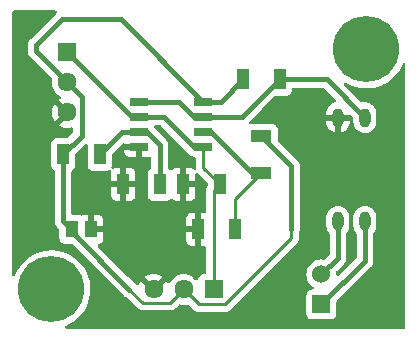
<source format=gbr>
%TF.GenerationSoftware,KiCad,Pcbnew,(6.0.8)*%
%TF.CreationDate,2023-06-05T07:52:39+02:00*%
%TF.ProjectId,SCS_dongle,5343535f-646f-46e6-976c-652e6b696361,rev?*%
%TF.SameCoordinates,Original*%
%TF.FileFunction,Copper,L1,Top*%
%TF.FilePolarity,Positive*%
%FSLAX46Y46*%
G04 Gerber Fmt 4.6, Leading zero omitted, Abs format (unit mm)*
G04 Created by KiCad (PCBNEW (6.0.8)) date 2023-06-05 07:52:39*
%MOMM*%
%LPD*%
G01*
G04 APERTURE LIST*
%TA.AperFunction,SMDPad,CuDef*%
%ADD10R,1.050000X1.800000*%
%TD*%
%TA.AperFunction,ComponentPad*%
%ADD11C,5.600000*%
%TD*%
%TA.AperFunction,SMDPad,CuDef*%
%ADD12R,1.800000X1.050000*%
%TD*%
%TA.AperFunction,SMDPad,CuDef*%
%ADD13R,1.528000X0.650000*%
%TD*%
%TA.AperFunction,ComponentPad*%
%ADD14R,1.610000X1.610000*%
%TD*%
%TA.AperFunction,ComponentPad*%
%ADD15C,1.610000*%
%TD*%
%TA.AperFunction,SMDPad,CuDef*%
%ADD16R,1.070000X1.470000*%
%TD*%
%TA.AperFunction,SMDPad,CuDef*%
%ADD17O,0.950000X1.600000*%
%TD*%
%TA.AperFunction,ComponentPad*%
%ADD18R,1.530000X1.530000*%
%TD*%
%TA.AperFunction,ComponentPad*%
%ADD19C,1.530000*%
%TD*%
%TA.AperFunction,Conductor*%
%ADD20C,0.250000*%
%TD*%
%TA.AperFunction,Conductor*%
%ADD21C,0.400000*%
%TD*%
G04 APERTURE END LIST*
D10*
%TO.P,R6,1*%
%TO.N,/Sensor Input*%
X160300000Y-86360000D03*
%TO.P,R6,2*%
%TO.N,GND*%
X157200000Y-86360000D03*
%TD*%
D11*
%TO.P,,1*%
%TO.N,N/C*%
X172720000Y-74930000D03*
%TD*%
D12*
%TO.P,R1,1*%
%TO.N,/1V*%
X163830000Y-85370000D03*
%TO.P,R1,2*%
%TO.N,+5V*%
X163830000Y-82270000D03*
%TD*%
D13*
%TO.P,CP1,1,OUT1*%
%TO.N,/Opto In*%
X153499000Y-79375000D03*
%TO.P,CP1,2,IN1-*%
%TO.N,/Sensor Input*%
X153499000Y-80645000D03*
%TO.P,CP1,3,IN1+*%
%TO.N,/4V*%
X153499000Y-81915000D03*
%TO.P,CP1,4,GND*%
%TO.N,GND*%
X153499000Y-83185000D03*
%TO.P,CP1,5,IN2+*%
%TO.N,/Sensor Input*%
X158921000Y-83185000D03*
%TO.P,CP1,6,IN2-*%
%TO.N,/1V*%
X158921000Y-81915000D03*
%TO.P,CP1,7,OUT2*%
%TO.N,/Opto In*%
X158921000Y-80645000D03*
%TO.P,CP1,8,V+*%
%TO.N,+5V*%
X158921000Y-79375000D03*
%TD*%
D14*
%TO.P,J2,1,1*%
%TO.N,/Sensor Input*%
X147395000Y-75175000D03*
D15*
%TO.P,J2,2,2*%
%TO.N,+5V*%
X147395000Y-77715000D03*
%TO.P,J2,3,3*%
%TO.N,GND*%
X147395000Y-80255000D03*
%TD*%
D16*
%TO.P,C1,1*%
%TO.N,+5V*%
X147770000Y-90170000D03*
%TO.P,C1,2*%
%TO.N,GND*%
X149410000Y-90170000D03*
%TD*%
D10*
%TO.P,R3,1*%
%TO.N,/4V*%
X150140000Y-83820000D03*
%TO.P,R3,2*%
%TO.N,+5V*%
X147040000Y-83820000D03*
%TD*%
D17*
%TO.P,K1,1,+_CONTROL*%
%TO.N,/Opto In*%
X172593000Y-80690000D03*
%TO.P,K1,2,-_CONTROL*%
%TO.N,GND*%
X170307000Y-80690000D03*
%TO.P,K1,3,LOAD_1*%
%TO.N,/HS OUT*%
X170307000Y-89490000D03*
%TO.P,K1,4,LOAD_2*%
%TO.N,/HS IN*%
X172593000Y-89490000D03*
%TD*%
D11*
%TO.P,,1*%
%TO.N,N/C*%
X146050000Y-95250000D03*
%TD*%
D14*
%TO.P,J1,1,1*%
%TO.N,/Sensor Input*%
X159775000Y-95250000D03*
D15*
%TO.P,J1,2,2*%
%TO.N,+5V*%
X157235000Y-95250000D03*
%TO.P,J1,3,3*%
%TO.N,GND*%
X154695000Y-95250000D03*
%TD*%
D18*
%TO.P,J3,1,1*%
%TO.N,/HS IN*%
X168910000Y-96520000D03*
D19*
%TO.P,J3,2,2*%
%TO.N,/HS OUT*%
X168910000Y-93980000D03*
%TD*%
D10*
%TO.P,R2,1*%
%TO.N,GND*%
X158470000Y-90170000D03*
%TO.P,R2,2*%
%TO.N,/1V*%
X161570000Y-90170000D03*
%TD*%
%TO.P,R4,1*%
%TO.N,GND*%
X152120000Y-86360000D03*
%TO.P,R4,2*%
%TO.N,/4V*%
X155220000Y-86360000D03*
%TD*%
%TO.P,R5,1*%
%TO.N,+5V*%
X162280000Y-77470000D03*
%TO.P,R5,2*%
%TO.N,/Opto In*%
X165380000Y-77470000D03*
%TD*%
D20*
%TO.N,+5V*%
X153780000Y-96380000D02*
X156105000Y-96380000D01*
X166370000Y-90170000D02*
X166370000Y-90915000D01*
D21*
X147395000Y-77715000D02*
X148600000Y-78920000D01*
X146910000Y-72390000D02*
X151936000Y-72390000D01*
X148600000Y-78920000D02*
X148600000Y-82260000D01*
X147040000Y-83820000D02*
X147040000Y-89440000D01*
D20*
X152660000Y-95260000D02*
X153780000Y-96380000D01*
D21*
X158921000Y-79375000D02*
X160375000Y-79375000D01*
X163830000Y-82270000D02*
X166370000Y-84810000D01*
D20*
X160765000Y-96520000D02*
X158505000Y-96520000D01*
X166370000Y-90915000D02*
X160765000Y-96520000D01*
X158505000Y-96520000D02*
X157235000Y-95250000D01*
D21*
X147770000Y-90170000D02*
X147770000Y-90370000D01*
X144780000Y-75100000D02*
X144780000Y-74520000D01*
X147395000Y-77715000D02*
X144780000Y-75100000D01*
X147040000Y-89440000D02*
X147770000Y-90170000D01*
X151936000Y-72390000D02*
X158921000Y-79375000D01*
D20*
X156105000Y-96380000D02*
X157235000Y-95250000D01*
D21*
X147770000Y-90370000D02*
X152660000Y-95260000D01*
X166370000Y-84810000D02*
X166370000Y-90170000D01*
X144780000Y-74520000D02*
X146910000Y-72390000D01*
X160375000Y-79375000D02*
X162280000Y-77470000D01*
X148600000Y-82260000D02*
X147040000Y-83820000D01*
%TO.N,/Opto In*%
X153499000Y-79375000D02*
X156845000Y-79375000D01*
X158115000Y-80645000D02*
X158921000Y-80645000D01*
X162205000Y-80645000D02*
X165380000Y-77470000D01*
X158921000Y-80645000D02*
X162205000Y-80645000D01*
X156845000Y-79375000D02*
X158115000Y-80645000D01*
X172593000Y-80690000D02*
X169373000Y-77470000D01*
X169373000Y-77470000D02*
X165380000Y-77470000D01*
%TO.N,/Sensor Input*%
X158115000Y-83185000D02*
X158921000Y-83185000D01*
D20*
X158921000Y-83185000D02*
X158921000Y-84981000D01*
D21*
X155575000Y-80645000D02*
X158115000Y-83185000D01*
X153499000Y-80645000D02*
X155575000Y-80645000D01*
D20*
X159775000Y-86885000D02*
X160300000Y-86360000D01*
D21*
X147395000Y-75175000D02*
X152865000Y-80645000D01*
D20*
X159775000Y-95250000D02*
X159775000Y-86885000D01*
X158921000Y-84981000D02*
X160300000Y-86360000D01*
D21*
X152865000Y-80645000D02*
X153499000Y-80645000D01*
%TO.N,/4V*%
X154118000Y-81915000D02*
X153499000Y-81915000D01*
X155220000Y-83017000D02*
X154118000Y-81915000D01*
X152045000Y-81915000D02*
X153499000Y-81915000D01*
X155220000Y-86360000D02*
X155220000Y-83017000D01*
X150140000Y-83820000D02*
X152045000Y-81915000D01*
%TO.N,/1V*%
X159540000Y-81915000D02*
X162995000Y-85370000D01*
D20*
X161570000Y-90170000D02*
X161570000Y-87630000D01*
X161570000Y-87630000D02*
X163830000Y-85370000D01*
D21*
X158921000Y-81915000D02*
X159540000Y-81915000D01*
X162995000Y-85370000D02*
X163830000Y-85370000D01*
%TO.N,/HS IN*%
X172593000Y-89490000D02*
X172593000Y-92837000D01*
X172593000Y-92837000D02*
X168910000Y-96520000D01*
%TO.N,/HS OUT*%
X170307000Y-92583000D02*
X168910000Y-93980000D01*
X170307000Y-89490000D02*
X170307000Y-92583000D01*
%TD*%
%TA.AperFunction,Conductor*%
%TO.N,GND*%
G36*
X146455158Y-71640502D02*
G01*
X146501651Y-71694158D01*
X146511755Y-71764432D01*
X146482261Y-71829012D01*
X146458406Y-71850339D01*
X146449611Y-71856384D01*
X146443349Y-71860688D01*
X146402392Y-71906657D01*
X146397411Y-71911933D01*
X144304926Y-74004417D01*
X144298661Y-74010270D01*
X144255604Y-74047831D01*
X144219317Y-74099463D01*
X144215384Y-74104758D01*
X144181105Y-74148476D01*
X144181103Y-74148480D01*
X144176416Y-74154457D01*
X144173290Y-74161380D01*
X144171505Y-74164328D01*
X144164113Y-74177288D01*
X144162480Y-74180334D01*
X144158113Y-74186547D01*
X144155354Y-74193624D01*
X144135180Y-74245366D01*
X144132625Y-74251445D01*
X144106645Y-74308984D01*
X144105260Y-74316455D01*
X144104236Y-74319723D01*
X144100123Y-74334164D01*
X144099283Y-74337437D01*
X144096524Y-74344513D01*
X144095533Y-74352043D01*
X144088284Y-74407106D01*
X144087252Y-74413623D01*
X144075748Y-74475692D01*
X144076185Y-74483272D01*
X144076185Y-74483273D01*
X144079291Y-74537144D01*
X144079500Y-74544396D01*
X144079500Y-75071359D01*
X144079208Y-75079929D01*
X144076841Y-75114654D01*
X144075322Y-75136930D01*
X144076627Y-75144406D01*
X144076627Y-75144409D01*
X144086178Y-75199132D01*
X144087141Y-75205658D01*
X144094724Y-75268320D01*
X144097409Y-75275427D01*
X144098218Y-75278720D01*
X144102177Y-75293191D01*
X144103166Y-75296467D01*
X144104473Y-75303954D01*
X144107528Y-75310913D01*
X144107528Y-75310914D01*
X144129847Y-75361760D01*
X144132339Y-75367866D01*
X144154655Y-75426923D01*
X144158954Y-75433178D01*
X144160535Y-75436203D01*
X144167825Y-75449299D01*
X144169566Y-75452243D01*
X144172621Y-75459202D01*
X144177246Y-75465230D01*
X144177247Y-75465231D01*
X144211042Y-75509273D01*
X144214919Y-75514609D01*
X144246381Y-75560386D01*
X144246386Y-75560392D01*
X144250688Y-75566651D01*
X144256362Y-75571706D01*
X144296657Y-75607608D01*
X144301933Y-75612589D01*
X146069301Y-77379957D01*
X146103327Y-77442269D01*
X146104223Y-77487419D01*
X146104422Y-77487436D01*
X146084513Y-77715000D01*
X146104422Y-77942564D01*
X146163545Y-78163213D01*
X146165867Y-78168194D01*
X146165868Y-78168195D01*
X146257759Y-78365256D01*
X146257762Y-78365261D01*
X146260085Y-78370243D01*
X146263241Y-78374750D01*
X146263242Y-78374752D01*
X146385603Y-78549501D01*
X146391109Y-78557365D01*
X146552635Y-78718891D01*
X146557143Y-78722048D01*
X146557146Y-78722050D01*
X146599462Y-78751680D01*
X146739756Y-78849915D01*
X146744738Y-78852238D01*
X146744743Y-78852241D01*
X146775683Y-78866668D01*
X146828968Y-78913585D01*
X146848429Y-78981862D01*
X146827887Y-79049822D01*
X146775683Y-79095058D01*
X146740981Y-79111240D01*
X146731485Y-79116723D01*
X146678362Y-79153920D01*
X146669987Y-79164397D01*
X146677055Y-79177844D01*
X147665115Y-80165905D01*
X147699141Y-80228217D01*
X147694076Y-80299033D01*
X147665115Y-80344095D01*
X147395000Y-80614210D01*
X146676333Y-81332878D01*
X146669903Y-81344652D01*
X146679199Y-81356667D01*
X146731487Y-81393280D01*
X146740977Y-81398759D01*
X146939230Y-81491206D01*
X146949522Y-81494952D01*
X147160814Y-81551567D01*
X147171609Y-81553470D01*
X147389525Y-81572536D01*
X147400475Y-81572536D01*
X147618391Y-81553470D01*
X147629186Y-81551567D01*
X147740889Y-81521636D01*
X147811865Y-81523326D01*
X147870661Y-81563120D01*
X147898609Y-81628384D01*
X147899500Y-81643343D01*
X147899500Y-81917653D01*
X147879498Y-81985774D01*
X147862595Y-82006749D01*
X147486747Y-82382596D01*
X147424435Y-82416621D01*
X147397652Y-82419500D01*
X146527996Y-82419501D01*
X146467624Y-82419501D01*
X146464230Y-82419870D01*
X146464224Y-82419870D01*
X146414278Y-82425295D01*
X146414274Y-82425296D01*
X146406420Y-82426149D01*
X146272176Y-82476474D01*
X146264997Y-82481854D01*
X146264994Y-82481856D01*
X146165249Y-82556612D01*
X146157454Y-82562454D01*
X146152072Y-82569635D01*
X146076856Y-82669994D01*
X146076854Y-82669997D01*
X146071474Y-82677176D01*
X146021149Y-82811420D01*
X146014500Y-82872623D01*
X146014501Y-84767376D01*
X146014870Y-84770770D01*
X146014870Y-84770776D01*
X146017787Y-84797624D01*
X146021149Y-84828580D01*
X146071474Y-84962824D01*
X146076854Y-84970003D01*
X146076856Y-84970006D01*
X146146740Y-85063251D01*
X146157454Y-85077546D01*
X146164635Y-85082928D01*
X146264989Y-85158140D01*
X146264991Y-85158141D01*
X146272176Y-85163526D01*
X146275817Y-85164891D01*
X146324153Y-85213333D01*
X146339500Y-85273598D01*
X146339500Y-89411359D01*
X146339208Y-89419929D01*
X146335322Y-89476930D01*
X146336627Y-89484406D01*
X146336627Y-89484409D01*
X146346178Y-89539132D01*
X146347141Y-89545658D01*
X146354724Y-89608320D01*
X146357409Y-89615427D01*
X146358218Y-89618720D01*
X146362177Y-89633191D01*
X146363166Y-89636467D01*
X146364473Y-89643954D01*
X146367528Y-89650913D01*
X146367528Y-89650914D01*
X146389847Y-89701760D01*
X146392339Y-89707866D01*
X146414655Y-89766923D01*
X146418954Y-89773178D01*
X146420535Y-89776203D01*
X146427825Y-89789299D01*
X146429566Y-89792243D01*
X146432621Y-89799202D01*
X146437246Y-89805230D01*
X146437247Y-89805231D01*
X146471042Y-89849273D01*
X146474919Y-89854609D01*
X146506381Y-89900386D01*
X146506386Y-89900392D01*
X146510688Y-89906651D01*
X146556648Y-89947600D01*
X146561925Y-89952581D01*
X146697596Y-90088253D01*
X146731621Y-90150565D01*
X146734500Y-90177348D01*
X146734501Y-90603720D01*
X146734501Y-90952376D01*
X146734870Y-90955770D01*
X146734870Y-90955776D01*
X146739858Y-91001694D01*
X146741149Y-91013580D01*
X146791474Y-91147824D01*
X146796854Y-91155003D01*
X146796856Y-91155006D01*
X146852058Y-91228661D01*
X146877454Y-91262546D01*
X146884635Y-91267928D01*
X146984994Y-91343144D01*
X146984997Y-91343146D01*
X146992176Y-91348526D01*
X147081561Y-91382034D01*
X147119025Y-91396079D01*
X147119027Y-91396079D01*
X147126420Y-91398851D01*
X147134270Y-91399704D01*
X147134271Y-91399704D01*
X147184226Y-91405131D01*
X147187623Y-91405500D01*
X147226165Y-91405500D01*
X147762653Y-91405499D01*
X147830774Y-91425501D01*
X147851748Y-91442404D01*
X152194735Y-95785391D01*
X152294457Y-95863583D01*
X152301379Y-95866709D01*
X152301380Y-95866709D01*
X152427613Y-95923706D01*
X152464857Y-95949448D01*
X153282756Y-96767347D01*
X153290147Y-96775469D01*
X153294214Y-96781877D01*
X153299989Y-96787300D01*
X153299993Y-96787305D01*
X153343223Y-96827901D01*
X153346065Y-96830656D01*
X153365529Y-96850120D01*
X153368659Y-96852548D01*
X153368741Y-96852620D01*
X153377649Y-96860229D01*
X153409418Y-96890062D01*
X153416365Y-96893881D01*
X153426832Y-96899635D01*
X153443361Y-96910492D01*
X153459064Y-96922673D01*
X153499057Y-96939979D01*
X153509713Y-96945200D01*
X153540955Y-96962376D01*
X153540964Y-96962380D01*
X153547908Y-96966197D01*
X153555584Y-96968168D01*
X153555587Y-96968169D01*
X153567160Y-96971140D01*
X153585865Y-96977544D01*
X153604104Y-96985437D01*
X153647148Y-96992254D01*
X153658771Y-96994662D01*
X153693304Y-97003529D01*
X153693305Y-97003529D01*
X153700981Y-97005500D01*
X153720856Y-97005500D01*
X153740566Y-97007051D01*
X153760196Y-97010160D01*
X153803580Y-97006059D01*
X153815437Y-97005500D01*
X156027297Y-97005500D01*
X156038257Y-97006017D01*
X156045667Y-97007673D01*
X156053593Y-97007424D01*
X156053594Y-97007424D01*
X156112841Y-97005562D01*
X156116799Y-97005500D01*
X156144350Y-97005500D01*
X156148273Y-97005004D01*
X156148388Y-97004997D01*
X156160068Y-97004077D01*
X156203627Y-97002709D01*
X156222716Y-96997163D01*
X156242062Y-96993156D01*
X156261792Y-96990664D01*
X156302323Y-96974616D01*
X156313524Y-96970781D01*
X156355390Y-96958618D01*
X156372499Y-96948500D01*
X156390245Y-96939805D01*
X156408732Y-96932486D01*
X156443991Y-96906869D01*
X156453910Y-96900354D01*
X156484590Y-96882210D01*
X156484594Y-96882207D01*
X156491420Y-96878170D01*
X156505470Y-96864120D01*
X156520504Y-96851279D01*
X156530173Y-96844254D01*
X156536587Y-96839594D01*
X156564370Y-96806010D01*
X156572359Y-96797231D01*
X156815279Y-96554311D01*
X156877591Y-96520285D01*
X156936983Y-96521700D01*
X157007436Y-96540578D01*
X157235000Y-96560487D01*
X157462564Y-96540578D01*
X157467874Y-96539155D01*
X157467881Y-96539154D01*
X157533017Y-96521701D01*
X157603993Y-96523391D01*
X157654722Y-96554313D01*
X158007758Y-96907349D01*
X158015147Y-96915469D01*
X158019214Y-96921877D01*
X158024992Y-96927303D01*
X158068207Y-96967885D01*
X158071049Y-96970640D01*
X158090529Y-96990120D01*
X158093659Y-96992548D01*
X158093741Y-96992620D01*
X158102649Y-97000229D01*
X158134418Y-97030062D01*
X158141365Y-97033881D01*
X158151832Y-97039635D01*
X158168361Y-97050492D01*
X158184064Y-97062673D01*
X158224057Y-97079979D01*
X158234713Y-97085200D01*
X158265955Y-97102376D01*
X158265964Y-97102380D01*
X158272908Y-97106197D01*
X158280584Y-97108168D01*
X158280587Y-97108169D01*
X158292160Y-97111140D01*
X158310865Y-97117544D01*
X158329104Y-97125437D01*
X158372148Y-97132254D01*
X158383771Y-97134662D01*
X158418304Y-97143529D01*
X158418305Y-97143529D01*
X158425981Y-97145500D01*
X158445856Y-97145500D01*
X158465566Y-97147051D01*
X158485196Y-97150160D01*
X158528580Y-97146059D01*
X158540437Y-97145500D01*
X160687297Y-97145500D01*
X160698257Y-97146017D01*
X160705667Y-97147673D01*
X160713593Y-97147424D01*
X160713594Y-97147424D01*
X160772841Y-97145562D01*
X160776799Y-97145500D01*
X160804350Y-97145500D01*
X160808273Y-97145004D01*
X160808388Y-97144997D01*
X160820068Y-97144077D01*
X160863627Y-97142709D01*
X160882716Y-97137163D01*
X160902062Y-97133156D01*
X160921792Y-97130664D01*
X160962323Y-97114616D01*
X160973524Y-97110781D01*
X161015390Y-97098618D01*
X161032499Y-97088500D01*
X161050245Y-97079805D01*
X161068732Y-97072486D01*
X161103991Y-97046869D01*
X161113910Y-97040354D01*
X161144590Y-97022210D01*
X161144594Y-97022207D01*
X161151420Y-97018170D01*
X161165470Y-97004120D01*
X161180504Y-96991279D01*
X161190173Y-96984254D01*
X161196587Y-96979594D01*
X161203884Y-96970774D01*
X161224369Y-96946011D01*
X161232359Y-96937231D01*
X164189591Y-93980000D01*
X167639666Y-93980000D01*
X167658965Y-94200591D01*
X167660388Y-94205901D01*
X167660388Y-94205902D01*
X167714443Y-94407635D01*
X167716277Y-94414480D01*
X167809858Y-94615167D01*
X167813007Y-94619665D01*
X167813011Y-94619671D01*
X167871660Y-94703429D01*
X167936868Y-94796555D01*
X168093445Y-94953132D01*
X168097954Y-94956289D01*
X168097956Y-94956291D01*
X168196494Y-95025288D01*
X168240822Y-95080745D01*
X168248131Y-95151365D01*
X168216100Y-95214725D01*
X168154899Y-95250710D01*
X168124223Y-95254501D01*
X168097624Y-95254501D01*
X168094230Y-95254870D01*
X168094224Y-95254870D01*
X168044278Y-95260295D01*
X168044274Y-95260296D01*
X168036420Y-95261149D01*
X167902176Y-95311474D01*
X167894997Y-95316854D01*
X167894994Y-95316856D01*
X167794635Y-95392072D01*
X167787454Y-95397454D01*
X167782072Y-95404635D01*
X167706856Y-95504994D01*
X167706854Y-95504997D01*
X167701474Y-95512176D01*
X167670237Y-95595503D01*
X167656085Y-95633254D01*
X167651149Y-95646420D01*
X167644500Y-95707623D01*
X167644501Y-97332376D01*
X167651149Y-97393580D01*
X167701474Y-97527824D01*
X167706854Y-97535003D01*
X167706856Y-97535006D01*
X167708931Y-97537774D01*
X167787454Y-97642546D01*
X167794635Y-97647928D01*
X167894994Y-97723144D01*
X167894997Y-97723146D01*
X167902176Y-97728526D01*
X167978940Y-97757303D01*
X168029025Y-97776079D01*
X168029027Y-97776079D01*
X168036420Y-97778851D01*
X168044270Y-97779704D01*
X168044271Y-97779704D01*
X168094217Y-97785130D01*
X168097623Y-97785500D01*
X168909881Y-97785500D01*
X169722376Y-97785499D01*
X169725770Y-97785130D01*
X169725776Y-97785130D01*
X169775722Y-97779705D01*
X169775726Y-97779704D01*
X169783580Y-97778851D01*
X169917824Y-97728526D01*
X169925003Y-97723146D01*
X169925006Y-97723144D01*
X170025365Y-97647928D01*
X170032546Y-97642546D01*
X170111069Y-97537774D01*
X170113144Y-97535006D01*
X170113146Y-97535003D01*
X170118526Y-97527824D01*
X170168851Y-97393580D01*
X170175500Y-97332377D01*
X170175499Y-96297347D01*
X170195501Y-96229226D01*
X170212404Y-96208252D01*
X171623336Y-94797321D01*
X173068075Y-93352582D01*
X173074341Y-93346728D01*
X173111669Y-93314165D01*
X173117396Y-93309169D01*
X173153690Y-93257527D01*
X173157616Y-93252242D01*
X173191895Y-93208524D01*
X173191897Y-93208520D01*
X173196584Y-93202543D01*
X173199710Y-93195620D01*
X173201495Y-93192672D01*
X173208887Y-93179712D01*
X173210520Y-93176666D01*
X173214887Y-93170453D01*
X173237820Y-93111633D01*
X173240376Y-93105554D01*
X173263230Y-93054938D01*
X173263231Y-93054935D01*
X173266355Y-93048016D01*
X173267739Y-93040549D01*
X173268764Y-93037278D01*
X173272863Y-93022886D01*
X173273715Y-93019569D01*
X173276476Y-93012487D01*
X173284716Y-92949894D01*
X173285747Y-92943387D01*
X173286619Y-92938685D01*
X173297253Y-92881308D01*
X173293709Y-92819844D01*
X173293500Y-92812592D01*
X173293500Y-90549450D01*
X173313502Y-90481329D01*
X173326837Y-90465248D01*
X173326450Y-90464914D01*
X173330616Y-90460088D01*
X173335257Y-90455699D01*
X173448927Y-90293362D01*
X173527633Y-90111483D01*
X173561365Y-89950019D01*
X173567169Y-89922238D01*
X173567169Y-89922234D01*
X173568160Y-89917493D01*
X173568500Y-89911005D01*
X173568500Y-89115471D01*
X173553504Y-88967837D01*
X173494241Y-88778728D01*
X173398162Y-88605398D01*
X173269193Y-88454927D01*
X173264154Y-88451018D01*
X173117646Y-88337375D01*
X173117643Y-88337373D01*
X173112602Y-88333463D01*
X173106876Y-88330645D01*
X173106872Y-88330643D01*
X172940515Y-88248785D01*
X172934786Y-88245966D01*
X172825420Y-88217478D01*
X172749189Y-88197621D01*
X172749186Y-88197621D01*
X172743007Y-88196011D01*
X172664180Y-88191880D01*
X172551483Y-88185974D01*
X172551479Y-88185974D01*
X172545101Y-88185640D01*
X172399635Y-88207639D01*
X172355466Y-88214319D01*
X172355465Y-88214319D01*
X172349152Y-88215274D01*
X172343164Y-88217477D01*
X172343161Y-88217478D01*
X172275381Y-88242417D01*
X172163164Y-88283705D01*
X172157748Y-88287063D01*
X172157744Y-88287065D01*
X172087460Y-88330643D01*
X171994734Y-88388135D01*
X171850743Y-88524301D01*
X171737073Y-88686638D01*
X171658367Y-88868517D01*
X171657062Y-88874764D01*
X171624225Y-89031946D01*
X171617840Y-89062507D01*
X171617500Y-89068995D01*
X171617500Y-89864529D01*
X171632496Y-90012163D01*
X171691759Y-90201272D01*
X171787838Y-90374602D01*
X171813034Y-90403998D01*
X171862168Y-90461324D01*
X171891312Y-90526063D01*
X171892500Y-90543322D01*
X171892500Y-92494653D01*
X171872498Y-92562774D01*
X171855595Y-92583748D01*
X170393846Y-94045497D01*
X170331534Y-94079523D01*
X170260719Y-94074458D01*
X170203883Y-94031911D01*
X170179230Y-93967383D01*
X170177261Y-93944870D01*
X170169232Y-93853100D01*
X170162955Y-93781351D01*
X170176945Y-93711746D01*
X170199381Y-93681275D01*
X170782067Y-93098589D01*
X170788333Y-93092735D01*
X170825671Y-93060163D01*
X170831396Y-93055169D01*
X170835761Y-93048958D01*
X170835764Y-93048955D01*
X170867705Y-93003507D01*
X170871638Y-92998212D01*
X170905893Y-92954524D01*
X170910583Y-92948543D01*
X170913711Y-92941616D01*
X170915486Y-92938685D01*
X170922903Y-92925682D01*
X170924519Y-92922668D01*
X170928887Y-92916453D01*
X170931646Y-92909377D01*
X170931648Y-92909373D01*
X170951819Y-92857636D01*
X170954375Y-92851555D01*
X170977231Y-92800935D01*
X170977231Y-92800934D01*
X170980355Y-92794016D01*
X170981739Y-92786550D01*
X170982757Y-92783301D01*
X170986877Y-92768836D01*
X170987717Y-92765563D01*
X170990476Y-92758487D01*
X170998716Y-92695894D01*
X170999748Y-92689377D01*
X171009868Y-92634775D01*
X171011252Y-92627308D01*
X171007709Y-92565861D01*
X171007500Y-92558609D01*
X171007500Y-90549450D01*
X171027502Y-90481329D01*
X171040837Y-90465248D01*
X171040450Y-90464914D01*
X171044616Y-90460088D01*
X171049257Y-90455699D01*
X171162927Y-90293362D01*
X171241633Y-90111483D01*
X171275365Y-89950019D01*
X171281169Y-89922238D01*
X171281169Y-89922234D01*
X171282160Y-89917493D01*
X171282500Y-89911005D01*
X171282500Y-89115471D01*
X171267504Y-88967837D01*
X171208241Y-88778728D01*
X171112162Y-88605398D01*
X170983193Y-88454927D01*
X170978154Y-88451018D01*
X170831646Y-88337375D01*
X170831643Y-88337373D01*
X170826602Y-88333463D01*
X170820876Y-88330645D01*
X170820872Y-88330643D01*
X170654515Y-88248785D01*
X170648786Y-88245966D01*
X170539420Y-88217478D01*
X170463189Y-88197621D01*
X170463186Y-88197621D01*
X170457007Y-88196011D01*
X170378180Y-88191880D01*
X170265483Y-88185974D01*
X170265479Y-88185974D01*
X170259101Y-88185640D01*
X170113635Y-88207639D01*
X170069466Y-88214319D01*
X170069465Y-88214319D01*
X170063152Y-88215274D01*
X170057164Y-88217477D01*
X170057161Y-88217478D01*
X169989381Y-88242417D01*
X169877164Y-88283705D01*
X169871748Y-88287063D01*
X169871744Y-88287065D01*
X169801460Y-88330643D01*
X169708734Y-88388135D01*
X169564743Y-88524301D01*
X169451073Y-88686638D01*
X169372367Y-88868517D01*
X169371062Y-88874764D01*
X169338225Y-89031946D01*
X169331840Y-89062507D01*
X169331500Y-89068995D01*
X169331500Y-89864529D01*
X169346496Y-90012163D01*
X169405759Y-90201272D01*
X169501838Y-90374602D01*
X169527034Y-90403998D01*
X169576168Y-90461324D01*
X169605312Y-90526063D01*
X169606500Y-90543322D01*
X169606500Y-92240653D01*
X169586498Y-92308774D01*
X169569595Y-92329748D01*
X169208724Y-92690619D01*
X169146412Y-92724645D01*
X169108648Y-92727045D01*
X168915476Y-92710145D01*
X168915475Y-92710145D01*
X168910000Y-92709666D01*
X168689409Y-92728965D01*
X168684099Y-92730388D01*
X168684098Y-92730388D01*
X168480829Y-92784854D01*
X168480824Y-92784856D01*
X168475520Y-92786277D01*
X168274833Y-92879858D01*
X168270335Y-92883007D01*
X168270329Y-92883011D01*
X168097956Y-93003709D01*
X168093445Y-93006868D01*
X167936868Y-93163445D01*
X167933711Y-93167954D01*
X167933709Y-93167956D01*
X167813011Y-93340329D01*
X167813007Y-93340335D01*
X167809858Y-93344833D01*
X167716277Y-93545520D01*
X167658965Y-93759409D01*
X167639666Y-93980000D01*
X164189591Y-93980000D01*
X166757349Y-91412242D01*
X166765469Y-91404853D01*
X166771877Y-91400786D01*
X166817885Y-91351793D01*
X166820640Y-91348951D01*
X166840120Y-91329471D01*
X166842548Y-91326341D01*
X166842620Y-91326259D01*
X166850229Y-91317351D01*
X166880062Y-91285582D01*
X166889636Y-91268167D01*
X166900493Y-91251638D01*
X166907814Y-91242200D01*
X166912673Y-91235936D01*
X166929980Y-91195942D01*
X166935202Y-91185282D01*
X166952378Y-91154038D01*
X166956197Y-91147092D01*
X166961141Y-91127836D01*
X166967540Y-91109147D01*
X166975438Y-91090896D01*
X166982257Y-91047841D01*
X166984660Y-91036237D01*
X166995500Y-90994019D01*
X166995500Y-90974144D01*
X166997051Y-90954434D01*
X166998920Y-90942633D01*
X167000160Y-90934804D01*
X166996059Y-90891420D01*
X166995500Y-90879563D01*
X166995500Y-90517880D01*
X167004107Y-90472110D01*
X167006783Y-90465248D01*
X167053476Y-90345487D01*
X167070500Y-90216174D01*
X167070500Y-84838637D01*
X167070792Y-84830066D01*
X167074161Y-84780646D01*
X167074678Y-84773070D01*
X167073373Y-84765594D01*
X167073373Y-84765590D01*
X167063822Y-84710868D01*
X167062859Y-84704342D01*
X167056189Y-84649226D01*
X167055276Y-84641680D01*
X167052591Y-84634573D01*
X167051782Y-84631280D01*
X167047823Y-84616809D01*
X167046834Y-84613533D01*
X167045527Y-84606046D01*
X167042472Y-84599086D01*
X167020154Y-84548242D01*
X167017662Y-84542137D01*
X167013501Y-84531126D01*
X166995345Y-84483077D01*
X166991047Y-84476824D01*
X166989463Y-84473793D01*
X166982183Y-84460716D01*
X166980433Y-84457757D01*
X166977378Y-84450797D01*
X166972753Y-84444770D01*
X166972751Y-84444766D01*
X166938938Y-84400700D01*
X166935073Y-84395381D01*
X166899312Y-84343349D01*
X166853351Y-84302399D01*
X166848076Y-84297419D01*
X165267405Y-82716748D01*
X165233379Y-82654436D01*
X165230500Y-82627653D01*
X165230499Y-81701042D01*
X165230499Y-81697624D01*
X165226422Y-81660088D01*
X165224705Y-81644278D01*
X165224704Y-81644274D01*
X165223851Y-81636420D01*
X165173526Y-81502176D01*
X165168146Y-81494997D01*
X165168144Y-81494994D01*
X165092928Y-81394635D01*
X165087546Y-81387454D01*
X165058256Y-81365502D01*
X164980006Y-81306856D01*
X164980003Y-81306854D01*
X164972824Y-81301474D01*
X164861756Y-81259837D01*
X164845975Y-81253921D01*
X164845973Y-81253921D01*
X164838580Y-81251149D01*
X164830730Y-81250296D01*
X164830729Y-81250296D01*
X164780774Y-81244869D01*
X164780773Y-81244869D01*
X164777377Y-81244500D01*
X164471086Y-81244500D01*
X162900345Y-81244501D01*
X162832224Y-81224499D01*
X162785731Y-81170843D01*
X162775627Y-81100569D01*
X162793375Y-81061708D01*
X169324000Y-81061708D01*
X169324323Y-81068083D01*
X169338467Y-81207330D01*
X169341021Y-81219770D01*
X169396920Y-81398143D01*
X169401929Y-81409831D01*
X169492553Y-81573320D01*
X169499804Y-81583753D01*
X169621456Y-81725688D01*
X169630647Y-81734441D01*
X169778364Y-81849021D01*
X169789124Y-81855745D01*
X169956860Y-81938281D01*
X169968767Y-81942709D01*
X170035469Y-81960083D01*
X170049564Y-81959649D01*
X170053000Y-81951468D01*
X170053000Y-81950867D01*
X170561000Y-81950867D01*
X170564973Y-81964398D01*
X170571075Y-81965275D01*
X170734145Y-81905277D01*
X170745573Y-81899703D01*
X170904440Y-81801201D01*
X170914504Y-81793451D01*
X171050322Y-81665014D01*
X171058625Y-81655394D01*
X171165845Y-81502269D01*
X171172042Y-81491180D01*
X171246282Y-81319622D01*
X171250124Y-81307510D01*
X171288664Y-81123029D01*
X171289910Y-81113437D01*
X171289912Y-81113387D01*
X171290000Y-81110051D01*
X171290000Y-80962115D01*
X171285525Y-80946876D01*
X171284135Y-80945671D01*
X171276452Y-80944000D01*
X170579115Y-80944000D01*
X170563876Y-80948475D01*
X170562671Y-80949865D01*
X170561000Y-80957548D01*
X170561000Y-81950867D01*
X170053000Y-81950867D01*
X170053000Y-80962115D01*
X170048525Y-80946876D01*
X170047135Y-80945671D01*
X170039452Y-80944000D01*
X169342115Y-80944000D01*
X169326876Y-80948475D01*
X169325671Y-80949865D01*
X169324000Y-80957548D01*
X169324000Y-81061708D01*
X162793375Y-81061708D01*
X162805121Y-81035989D01*
X162811250Y-81029406D01*
X163855830Y-79984827D01*
X164933252Y-78907405D01*
X164995564Y-78873379D01*
X165022347Y-78870500D01*
X165892003Y-78870499D01*
X165952376Y-78870499D01*
X165955770Y-78870130D01*
X165955776Y-78870130D01*
X166005722Y-78864705D01*
X166005726Y-78864704D01*
X166013580Y-78863851D01*
X166147824Y-78813526D01*
X166155003Y-78808146D01*
X166155006Y-78808144D01*
X166255365Y-78732928D01*
X166262546Y-78727546D01*
X166281958Y-78701645D01*
X166343144Y-78620006D01*
X166343146Y-78620003D01*
X166348526Y-78612824D01*
X166398851Y-78478580D01*
X166402142Y-78448292D01*
X166405131Y-78420774D01*
X166405131Y-78420773D01*
X166405500Y-78417377D01*
X166405500Y-78296500D01*
X166425502Y-78228379D01*
X166479158Y-78181886D01*
X166531500Y-78170500D01*
X169030654Y-78170500D01*
X169098775Y-78190502D01*
X169119749Y-78207405D01*
X170111724Y-79199380D01*
X170145750Y-79261692D01*
X170140685Y-79332507D01*
X170098138Y-79389343D01*
X170060977Y-79407157D01*
X170061277Y-79407973D01*
X169879849Y-79474725D01*
X169868433Y-79480293D01*
X169709560Y-79578799D01*
X169699496Y-79586549D01*
X169563678Y-79714986D01*
X169555375Y-79724606D01*
X169448155Y-79877731D01*
X169441958Y-79888820D01*
X169367718Y-80060378D01*
X169363876Y-80072490D01*
X169325336Y-80256971D01*
X169324090Y-80266563D01*
X169324088Y-80266613D01*
X169324000Y-80269949D01*
X169324000Y-80417885D01*
X169328475Y-80433124D01*
X169329865Y-80434329D01*
X169337548Y-80436000D01*
X171290000Y-80436000D01*
X171290000Y-80439707D01*
X171330242Y-80439703D01*
X171383851Y-80471508D01*
X171580595Y-80668252D01*
X171614621Y-80730564D01*
X171617500Y-80757347D01*
X171617500Y-81064529D01*
X171617823Y-81067708D01*
X171630935Y-81196791D01*
X171632496Y-81212163D01*
X171691759Y-81401272D01*
X171787838Y-81574602D01*
X171916807Y-81725073D01*
X171921844Y-81728980D01*
X171921846Y-81728982D01*
X172068354Y-81842625D01*
X172068357Y-81842627D01*
X172073398Y-81846537D01*
X172079124Y-81849355D01*
X172079128Y-81849357D01*
X172245485Y-81931215D01*
X172251214Y-81934034D01*
X172318144Y-81951468D01*
X172436811Y-81982379D01*
X172436814Y-81982379D01*
X172442993Y-81983989D01*
X172521820Y-81988120D01*
X172634517Y-81994026D01*
X172634521Y-81994026D01*
X172640899Y-81994360D01*
X172786365Y-81972361D01*
X172830534Y-81965681D01*
X172830535Y-81965681D01*
X172836848Y-81964726D01*
X172842836Y-81962523D01*
X172842839Y-81962522D01*
X172915892Y-81935643D01*
X173022836Y-81896295D01*
X173028252Y-81892937D01*
X173028256Y-81892935D01*
X173176208Y-81801201D01*
X173191266Y-81791865D01*
X173287308Y-81701042D01*
X173330616Y-81660088D01*
X173330617Y-81660087D01*
X173335257Y-81655699D01*
X173448927Y-81493362D01*
X173527633Y-81311483D01*
X173543157Y-81237176D01*
X173567169Y-81122238D01*
X173567169Y-81122234D01*
X173568160Y-81117493D01*
X173568500Y-81111005D01*
X173568500Y-80315471D01*
X173553504Y-80167837D01*
X173494241Y-79978728D01*
X173398162Y-79805398D01*
X173269193Y-79654927D01*
X173187404Y-79591485D01*
X173117646Y-79537375D01*
X173117643Y-79537373D01*
X173112602Y-79533463D01*
X173106876Y-79530645D01*
X173106872Y-79530643D01*
X172940515Y-79448785D01*
X172934786Y-79445966D01*
X172845628Y-79422742D01*
X172749189Y-79397621D01*
X172749186Y-79397621D01*
X172743007Y-79396011D01*
X172664180Y-79391880D01*
X172551483Y-79385974D01*
X172551479Y-79385974D01*
X172545101Y-79385640D01*
X172478733Y-79395677D01*
X172377145Y-79411040D01*
X172306799Y-79401449D01*
X172269209Y-79375552D01*
X170824742Y-77931085D01*
X170790716Y-77868773D01*
X170795781Y-77797958D01*
X170838328Y-77741122D01*
X170904848Y-77716311D01*
X170979297Y-77734328D01*
X171158055Y-77843015D01*
X171481795Y-77994665D01*
X171485013Y-77995767D01*
X171485016Y-77995768D01*
X171816796Y-78109362D01*
X171816804Y-78109364D01*
X171820019Y-78110465D01*
X172168771Y-78189060D01*
X172217869Y-78194654D01*
X172520589Y-78229145D01*
X172520597Y-78229145D01*
X172523972Y-78229530D01*
X172527376Y-78229548D01*
X172527379Y-78229548D01*
X172721890Y-78230566D01*
X172881465Y-78231402D01*
X172884851Y-78231052D01*
X172884853Y-78231052D01*
X173233678Y-78195005D01*
X173233687Y-78195004D01*
X173237070Y-78194654D01*
X173240403Y-78193940D01*
X173240406Y-78193939D01*
X173383728Y-78163213D01*
X173586626Y-78119715D01*
X173926045Y-78007463D01*
X174251355Y-77859211D01*
X174450240Y-77741122D01*
X174555806Y-77678442D01*
X174555811Y-77678439D01*
X174558751Y-77676693D01*
X174584598Y-77657287D01*
X174766415Y-77520774D01*
X174844637Y-77462043D01*
X175105669Y-77217774D01*
X175338793Y-76946742D01*
X175390777Y-76871105D01*
X175539352Y-76654927D01*
X175539357Y-76654920D01*
X175541282Y-76652118D01*
X175542894Y-76649124D01*
X175542899Y-76649116D01*
X175709146Y-76340361D01*
X175710768Y-76337349D01*
X175786757Y-76150211D01*
X175830919Y-76094620D01*
X175898124Y-76071730D01*
X175967036Y-76088807D01*
X176015776Y-76140430D01*
X176029500Y-76197615D01*
X176029500Y-98433500D01*
X176009498Y-98501621D01*
X175955842Y-98548114D01*
X175903500Y-98559500D01*
X147327207Y-98559500D01*
X147259086Y-98539498D01*
X147212593Y-98485842D01*
X147202489Y-98415568D01*
X147231983Y-98350988D01*
X147274956Y-98318845D01*
X147578243Y-98180629D01*
X147581355Y-98179211D01*
X147676442Y-98122752D01*
X147885806Y-97998442D01*
X147885811Y-97998439D01*
X147888751Y-97996693D01*
X147914598Y-97977287D01*
X147986778Y-97923092D01*
X148174637Y-97782043D01*
X148435669Y-97537774D01*
X148668793Y-97266742D01*
X148689663Y-97236376D01*
X148869352Y-96974927D01*
X148869357Y-96974920D01*
X148871282Y-96972118D01*
X148872894Y-96969124D01*
X148872899Y-96969116D01*
X149039146Y-96660361D01*
X149040768Y-96657349D01*
X149175268Y-96326116D01*
X149184608Y-96293330D01*
X149272274Y-95985573D01*
X149273208Y-95982295D01*
X149330620Y-95646420D01*
X149332871Y-95633254D01*
X149332871Y-95633252D01*
X149333443Y-95629907D01*
X149335548Y-95595503D01*
X149355157Y-95274873D01*
X149355267Y-95273075D01*
X149355348Y-95250000D01*
X149336015Y-94893025D01*
X149278242Y-94540225D01*
X149182704Y-94195728D01*
X149178356Y-94184800D01*
X149051780Y-93866730D01*
X149051776Y-93866722D01*
X149050520Y-93863565D01*
X149044979Y-93853100D01*
X148884831Y-93550632D01*
X148884829Y-93550629D01*
X148883236Y-93547620D01*
X148682809Y-93251590D01*
X148451582Y-92978937D01*
X148192262Y-92732851D01*
X148189555Y-92730789D01*
X148189547Y-92730782D01*
X147973057Y-92565862D01*
X147907881Y-92516211D01*
X147601767Y-92331551D01*
X147587058Y-92324723D01*
X147280581Y-92182461D01*
X147280579Y-92182460D01*
X147277500Y-92181031D01*
X147274288Y-92179944D01*
X147274281Y-92179941D01*
X146942110Y-92067508D01*
X146942105Y-92067506D01*
X146938874Y-92066413D01*
X146589849Y-91989036D01*
X146464473Y-91975194D01*
X146237890Y-91950179D01*
X146237885Y-91950179D01*
X146234509Y-91949806D01*
X146231110Y-91949800D01*
X146231109Y-91949800D01*
X146062506Y-91949506D01*
X145877011Y-91949182D01*
X145743770Y-91963421D01*
X145524921Y-91986809D01*
X145524915Y-91986810D01*
X145521537Y-91987171D01*
X145172245Y-92063329D01*
X144833220Y-92176765D01*
X144508430Y-92326152D01*
X144505496Y-92327908D01*
X144505494Y-92327909D01*
X144499409Y-92331551D01*
X144201673Y-92509742D01*
X143916538Y-92725388D01*
X143656360Y-92970567D01*
X143654148Y-92973157D01*
X143654146Y-92973159D01*
X143625356Y-93006868D01*
X143424183Y-93242411D01*
X143422264Y-93245224D01*
X143422261Y-93245228D01*
X143350916Y-93349817D01*
X143222723Y-93537740D01*
X143221116Y-93540750D01*
X143221114Y-93540753D01*
X143072811Y-93818501D01*
X143054337Y-93853100D01*
X143053064Y-93856268D01*
X143053063Y-93856269D01*
X142983407Y-94029545D01*
X142939441Y-94085290D01*
X142872316Y-94108415D01*
X142803344Y-94091578D01*
X142754425Y-94040126D01*
X142740500Y-93982549D01*
X142740500Y-80260475D01*
X146077464Y-80260475D01*
X146096530Y-80478391D01*
X146098433Y-80489186D01*
X146155048Y-80700478D01*
X146158794Y-80710770D01*
X146251240Y-80909020D01*
X146256723Y-80918515D01*
X146293920Y-80971638D01*
X146304397Y-80980013D01*
X146317843Y-80972946D01*
X147022979Y-80267811D01*
X147030592Y-80253868D01*
X147030461Y-80252034D01*
X147026210Y-80245420D01*
X146317119Y-79536330D01*
X146305349Y-79529903D01*
X146293335Y-79539197D01*
X146256723Y-79591485D01*
X146251240Y-79600980D01*
X146158794Y-79799230D01*
X146155048Y-79809522D01*
X146098433Y-80020814D01*
X146096530Y-80031609D01*
X146077464Y-80249525D01*
X146077464Y-80260475D01*
X142740500Y-80260475D01*
X142740500Y-71746500D01*
X142760502Y-71678379D01*
X142814158Y-71631886D01*
X142866500Y-71620500D01*
X146387037Y-71620500D01*
X146455158Y-71640502D01*
G37*
%TD.AperFunction*%
%TA.AperFunction,Conductor*%
G36*
X155300775Y-81365502D02*
G01*
X155321749Y-81382405D01*
X157599411Y-83660067D01*
X157605264Y-83666332D01*
X157642831Y-83709396D01*
X157649046Y-83713764D01*
X157649047Y-83713765D01*
X157694492Y-83745705D01*
X157699783Y-83749635D01*
X157714087Y-83760850D01*
X157737169Y-83784440D01*
X157799454Y-83867546D01*
X157806635Y-83872928D01*
X157906994Y-83948144D01*
X157906997Y-83948146D01*
X157914176Y-83953526D01*
X158003561Y-83987034D01*
X158041025Y-84001079D01*
X158041027Y-84001079D01*
X158048420Y-84003851D01*
X158056270Y-84004704D01*
X158056271Y-84004704D01*
X158106217Y-84010130D01*
X158109623Y-84010500D01*
X158169500Y-84010500D01*
X158237621Y-84030502D01*
X158284114Y-84084158D01*
X158295500Y-84136500D01*
X158295500Y-84903297D01*
X158294983Y-84914257D01*
X158293327Y-84921667D01*
X158293576Y-84929593D01*
X158293576Y-84929594D01*
X158295438Y-84988841D01*
X158295500Y-84992799D01*
X158295500Y-85002301D01*
X158275498Y-85070422D01*
X158221842Y-85116915D01*
X158151568Y-85127019D01*
X158086988Y-85097525D01*
X158080845Y-85091805D01*
X157978649Y-85015214D01*
X157963054Y-85006676D01*
X157842606Y-84961522D01*
X157827351Y-84957895D01*
X157776486Y-84952369D01*
X157769672Y-84952000D01*
X157472115Y-84952000D01*
X157456876Y-84956475D01*
X157455671Y-84957865D01*
X157454000Y-84965548D01*
X157454000Y-86087885D01*
X157458475Y-86103124D01*
X157459865Y-86104329D01*
X157467548Y-86106000D01*
X158214884Y-86106000D01*
X158230123Y-86101525D01*
X158231328Y-86100135D01*
X158232999Y-86092452D01*
X158232999Y-85486000D01*
X158253001Y-85417879D01*
X158306657Y-85371386D01*
X158376931Y-85361282D01*
X158441511Y-85390776D01*
X158450795Y-85400888D01*
X158451320Y-85400395D01*
X158456746Y-85406174D01*
X158461406Y-85412587D01*
X158467514Y-85417640D01*
X158494989Y-85440369D01*
X158503769Y-85448359D01*
X159237595Y-86182185D01*
X159271621Y-86244497D01*
X159274500Y-86271279D01*
X159274501Y-86464672D01*
X159258915Y-86525374D01*
X159255363Y-86531835D01*
X159244508Y-86548361D01*
X159232327Y-86564064D01*
X159229179Y-86571339D01*
X159215020Y-86604058D01*
X159209798Y-86614718D01*
X159188803Y-86652908D01*
X159183859Y-86672164D01*
X159177460Y-86690853D01*
X159169562Y-86709104D01*
X159168322Y-86716934D01*
X159162744Y-86752154D01*
X159160340Y-86763763D01*
X159149500Y-86805981D01*
X159149500Y-86825856D01*
X159147949Y-86845566D01*
X159144840Y-86865196D01*
X159145586Y-86873088D01*
X159148941Y-86908579D01*
X159149500Y-86920437D01*
X159149500Y-88636000D01*
X159129498Y-88704121D01*
X159075842Y-88750614D01*
X159023500Y-88762000D01*
X158742115Y-88762000D01*
X158726876Y-88766475D01*
X158725671Y-88767865D01*
X158724000Y-88775548D01*
X158724000Y-91559884D01*
X158728475Y-91575123D01*
X158729865Y-91576328D01*
X158737548Y-91577999D01*
X159023500Y-91577999D01*
X159091621Y-91598001D01*
X159138114Y-91651657D01*
X159149500Y-91703999D01*
X159149500Y-93818501D01*
X159129498Y-93886622D01*
X159075842Y-93933115D01*
X159023500Y-93944501D01*
X158922624Y-93944501D01*
X158919230Y-93944870D01*
X158919224Y-93944870D01*
X158869278Y-93950295D01*
X158869274Y-93950296D01*
X158861420Y-93951149D01*
X158727176Y-94001474D01*
X158719997Y-94006854D01*
X158719994Y-94006856D01*
X158629794Y-94074458D01*
X158612454Y-94087454D01*
X158607072Y-94094635D01*
X158531856Y-94194994D01*
X158531854Y-94194997D01*
X158526474Y-94202176D01*
X158476149Y-94336420D01*
X158475296Y-94344269D01*
X158475296Y-94344270D01*
X158473789Y-94358144D01*
X158446547Y-94423706D01*
X158388184Y-94464132D01*
X158317230Y-94466587D01*
X158256212Y-94430292D01*
X158245311Y-94416804D01*
X158243684Y-94414480D01*
X158238891Y-94407635D01*
X158077365Y-94246109D01*
X158072857Y-94242952D01*
X158072854Y-94242950D01*
X157937727Y-94148333D01*
X157890244Y-94115085D01*
X157885262Y-94112762D01*
X157885257Y-94112759D01*
X157688195Y-94020868D01*
X157688194Y-94020867D01*
X157683213Y-94018545D01*
X157677905Y-94017123D01*
X157677903Y-94017122D01*
X157607748Y-93998324D01*
X157462564Y-93959422D01*
X157235000Y-93939513D01*
X157007436Y-93959422D01*
X156862252Y-93998324D01*
X156792097Y-94017122D01*
X156792095Y-94017123D01*
X156786787Y-94018545D01*
X156781806Y-94020867D01*
X156781805Y-94020868D01*
X156584744Y-94112759D01*
X156584739Y-94112762D01*
X156579757Y-94115085D01*
X156575250Y-94118241D01*
X156575248Y-94118242D01*
X156397146Y-94242950D01*
X156397143Y-94242952D01*
X156392635Y-94246109D01*
X156231109Y-94407635D01*
X156227952Y-94412143D01*
X156227950Y-94412146D01*
X156135907Y-94543598D01*
X156100085Y-94594757D01*
X156097760Y-94599744D01*
X156097756Y-94599750D01*
X156083331Y-94630684D01*
X156036414Y-94683969D01*
X155968136Y-94703429D01*
X155900176Y-94682887D01*
X155854942Y-94630683D01*
X155838760Y-94595981D01*
X155833277Y-94586485D01*
X155796080Y-94533362D01*
X155785603Y-94524987D01*
X155772156Y-94532055D01*
X154784095Y-95520115D01*
X154721783Y-95554141D01*
X154650967Y-95549076D01*
X154605905Y-95520115D01*
X153617123Y-94531334D01*
X153605347Y-94524904D01*
X153593335Y-94534197D01*
X153556723Y-94586485D01*
X153551240Y-94595980D01*
X153458794Y-94794230D01*
X153455045Y-94804531D01*
X153453482Y-94810363D01*
X153416529Y-94870984D01*
X153352667Y-94902003D01*
X153282173Y-94893572D01*
X153231818Y-94854454D01*
X153187978Y-94797321D01*
X152550054Y-94159397D01*
X153969987Y-94159397D01*
X153977054Y-94172843D01*
X154682189Y-94877979D01*
X154696132Y-94885592D01*
X154697966Y-94885461D01*
X154704580Y-94881210D01*
X155413671Y-94172118D01*
X155420098Y-94160348D01*
X155410802Y-94148333D01*
X155358513Y-94111720D01*
X155349023Y-94106241D01*
X155150770Y-94013794D01*
X155140478Y-94010048D01*
X154929186Y-93953433D01*
X154918391Y-93951530D01*
X154700475Y-93932464D01*
X154689525Y-93932464D01*
X154471609Y-93951530D01*
X154460814Y-93953433D01*
X154249522Y-94010048D01*
X154239230Y-94013794D01*
X154040980Y-94106240D01*
X154031485Y-94111723D01*
X153978362Y-94148920D01*
X153969987Y-94159397D01*
X152550054Y-94159397D01*
X150005207Y-91614550D01*
X149971181Y-91552238D01*
X149976246Y-91481423D01*
X150018793Y-91424587D01*
X150055615Y-91407341D01*
X150055207Y-91406252D01*
X150183054Y-91358324D01*
X150198649Y-91349786D01*
X150300724Y-91273285D01*
X150313285Y-91260724D01*
X150389786Y-91158649D01*
X150398324Y-91143054D01*
X150408965Y-91114669D01*
X157437001Y-91114669D01*
X157437371Y-91121490D01*
X157442895Y-91172352D01*
X157446521Y-91187604D01*
X157491676Y-91308054D01*
X157500214Y-91323649D01*
X157576715Y-91425724D01*
X157589276Y-91438285D01*
X157691351Y-91514786D01*
X157706946Y-91523324D01*
X157827394Y-91568478D01*
X157842649Y-91572105D01*
X157893514Y-91577631D01*
X157900328Y-91578000D01*
X158197885Y-91578000D01*
X158213124Y-91573525D01*
X158214329Y-91572135D01*
X158216000Y-91564452D01*
X158216000Y-90442115D01*
X158211525Y-90426876D01*
X158210135Y-90425671D01*
X158202452Y-90424000D01*
X157455116Y-90424000D01*
X157439877Y-90428475D01*
X157438672Y-90429865D01*
X157437001Y-90437548D01*
X157437001Y-91114669D01*
X150408965Y-91114669D01*
X150443478Y-91022606D01*
X150447105Y-91007351D01*
X150452631Y-90956486D01*
X150453000Y-90949672D01*
X150453000Y-90442115D01*
X150448525Y-90426876D01*
X150447135Y-90425671D01*
X150439452Y-90424000D01*
X149282000Y-90424000D01*
X149213879Y-90403998D01*
X149167386Y-90350342D01*
X149156000Y-90298000D01*
X149156000Y-89897885D01*
X149664000Y-89897885D01*
X149668475Y-89913124D01*
X149669865Y-89914329D01*
X149677548Y-89916000D01*
X150434884Y-89916000D01*
X150450123Y-89911525D01*
X150451328Y-89910135D01*
X150452999Y-89902452D01*
X150452999Y-89897885D01*
X157437000Y-89897885D01*
X157441475Y-89913124D01*
X157442865Y-89914329D01*
X157450548Y-89916000D01*
X158197885Y-89916000D01*
X158213124Y-89911525D01*
X158214329Y-89910135D01*
X158216000Y-89902452D01*
X158216000Y-88780116D01*
X158211525Y-88764877D01*
X158210135Y-88763672D01*
X158202452Y-88762001D01*
X157900331Y-88762001D01*
X157893510Y-88762371D01*
X157842648Y-88767895D01*
X157827396Y-88771521D01*
X157706946Y-88816676D01*
X157691351Y-88825214D01*
X157589276Y-88901715D01*
X157576715Y-88914276D01*
X157500214Y-89016351D01*
X157491676Y-89031946D01*
X157446522Y-89152394D01*
X157442895Y-89167649D01*
X157437369Y-89218514D01*
X157437000Y-89225328D01*
X157437000Y-89897885D01*
X150452999Y-89897885D01*
X150452999Y-89390331D01*
X150452629Y-89383510D01*
X150447105Y-89332648D01*
X150443479Y-89317396D01*
X150398324Y-89196946D01*
X150389786Y-89181351D01*
X150313285Y-89079276D01*
X150300724Y-89066715D01*
X150198649Y-88990214D01*
X150183054Y-88981676D01*
X150062606Y-88936522D01*
X150047351Y-88932895D01*
X149996486Y-88927369D01*
X149989672Y-88927000D01*
X149682115Y-88927000D01*
X149666876Y-88931475D01*
X149665671Y-88932865D01*
X149664000Y-88940548D01*
X149664000Y-89897885D01*
X149156000Y-89897885D01*
X149156000Y-88945116D01*
X149151525Y-88929877D01*
X149150135Y-88928672D01*
X149142452Y-88927001D01*
X148830331Y-88927001D01*
X148823510Y-88927371D01*
X148772648Y-88932895D01*
X148757396Y-88936521D01*
X148628538Y-88984828D01*
X148627648Y-88982454D01*
X148571408Y-88994757D01*
X148536025Y-88987051D01*
X148448895Y-88954388D01*
X148420975Y-88943921D01*
X148420973Y-88943921D01*
X148413580Y-88941149D01*
X148405730Y-88940296D01*
X148405729Y-88940296D01*
X148355774Y-88934869D01*
X148355773Y-88934869D01*
X148352377Y-88934500D01*
X148336226Y-88934500D01*
X147866499Y-88934501D01*
X147798379Y-88914499D01*
X147751886Y-88860844D01*
X147740500Y-88808501D01*
X147740500Y-87304669D01*
X151087001Y-87304669D01*
X151087371Y-87311490D01*
X151092895Y-87362352D01*
X151096521Y-87377604D01*
X151141676Y-87498054D01*
X151150214Y-87513649D01*
X151226715Y-87615724D01*
X151239276Y-87628285D01*
X151341351Y-87704786D01*
X151356946Y-87713324D01*
X151477394Y-87758478D01*
X151492649Y-87762105D01*
X151543514Y-87767631D01*
X151550328Y-87768000D01*
X151847885Y-87768000D01*
X151863124Y-87763525D01*
X151864329Y-87762135D01*
X151866000Y-87754452D01*
X151866000Y-87749884D01*
X152374000Y-87749884D01*
X152378475Y-87765123D01*
X152379865Y-87766328D01*
X152387548Y-87767999D01*
X152689669Y-87767999D01*
X152696490Y-87767629D01*
X152747352Y-87762105D01*
X152762604Y-87758479D01*
X152883054Y-87713324D01*
X152898649Y-87704786D01*
X153000724Y-87628285D01*
X153013285Y-87615724D01*
X153089786Y-87513649D01*
X153098324Y-87498054D01*
X153143478Y-87377606D01*
X153147105Y-87362351D01*
X153152631Y-87311486D01*
X153153000Y-87304672D01*
X153153000Y-86632115D01*
X153148525Y-86616876D01*
X153147135Y-86615671D01*
X153139452Y-86614000D01*
X152392115Y-86614000D01*
X152376876Y-86618475D01*
X152375671Y-86619865D01*
X152374000Y-86627548D01*
X152374000Y-87749884D01*
X151866000Y-87749884D01*
X151866000Y-86632115D01*
X151861525Y-86616876D01*
X151860135Y-86615671D01*
X151852452Y-86614000D01*
X151105116Y-86614000D01*
X151089877Y-86618475D01*
X151088672Y-86619865D01*
X151087001Y-86627548D01*
X151087001Y-87304669D01*
X147740500Y-87304669D01*
X147740500Y-85273598D01*
X147760502Y-85205477D01*
X147803955Y-85164976D01*
X147807824Y-85163526D01*
X147815009Y-85158141D01*
X147815011Y-85158140D01*
X147915365Y-85082928D01*
X147922546Y-85077546D01*
X147933260Y-85063251D01*
X148003144Y-84970006D01*
X148003146Y-84970003D01*
X148008526Y-84962824D01*
X148058851Y-84828580D01*
X148064059Y-84780646D01*
X148065131Y-84770774D01*
X148065131Y-84770773D01*
X148065500Y-84767377D01*
X148065499Y-83837347D01*
X148085501Y-83769226D01*
X148102400Y-83748256D01*
X148899407Y-82951250D01*
X148961717Y-82917226D01*
X149032533Y-82922291D01*
X149089368Y-82964838D01*
X149114179Y-83031358D01*
X149114500Y-83040347D01*
X149114501Y-83948144D01*
X149114501Y-84767376D01*
X149114870Y-84770770D01*
X149114870Y-84770776D01*
X149117787Y-84797624D01*
X149121149Y-84828580D01*
X149171474Y-84962824D01*
X149176854Y-84970003D01*
X149176856Y-84970006D01*
X149246740Y-85063251D01*
X149257454Y-85077546D01*
X149264635Y-85082928D01*
X149364994Y-85158144D01*
X149364997Y-85158146D01*
X149372176Y-85163526D01*
X149458124Y-85195746D01*
X149499025Y-85211079D01*
X149499027Y-85211079D01*
X149506420Y-85213851D01*
X149514270Y-85214704D01*
X149514271Y-85214704D01*
X149537026Y-85217176D01*
X149567623Y-85220500D01*
X150139916Y-85220500D01*
X150712376Y-85220499D01*
X150715770Y-85220130D01*
X150715776Y-85220130D01*
X150765722Y-85214705D01*
X150765726Y-85214704D01*
X150773580Y-85213851D01*
X150907824Y-85163526D01*
X150918710Y-85155367D01*
X150985214Y-85130520D01*
X151054597Y-85145572D01*
X151104827Y-85195746D01*
X151119958Y-85265112D01*
X151112256Y-85300424D01*
X151096522Y-85342395D01*
X151092895Y-85357649D01*
X151087369Y-85408514D01*
X151087000Y-85415328D01*
X151087000Y-86087885D01*
X151091475Y-86103124D01*
X151092865Y-86104329D01*
X151100548Y-86106000D01*
X151847885Y-86106000D01*
X151863124Y-86101525D01*
X151864329Y-86100135D01*
X151866000Y-86092452D01*
X151866000Y-86087885D01*
X152374000Y-86087885D01*
X152378475Y-86103124D01*
X152379865Y-86104329D01*
X152387548Y-86106000D01*
X153134884Y-86106000D01*
X153150123Y-86101525D01*
X153151328Y-86100135D01*
X153152999Y-86092452D01*
X153152999Y-85415331D01*
X153152629Y-85408510D01*
X153147105Y-85357648D01*
X153143479Y-85342396D01*
X153098324Y-85221946D01*
X153089786Y-85206351D01*
X153013285Y-85104276D01*
X153000724Y-85091715D01*
X152898649Y-85015214D01*
X152883054Y-85006676D01*
X152762606Y-84961522D01*
X152747351Y-84957895D01*
X152696486Y-84952369D01*
X152689672Y-84952000D01*
X152392115Y-84952000D01*
X152376876Y-84956475D01*
X152375671Y-84957865D01*
X152374000Y-84965548D01*
X152374000Y-86087885D01*
X151866000Y-86087885D01*
X151866000Y-84970116D01*
X151861525Y-84954877D01*
X151860135Y-84953672D01*
X151852452Y-84952001D01*
X151550331Y-84952001D01*
X151543510Y-84952371D01*
X151492648Y-84957895D01*
X151477396Y-84961521D01*
X151356946Y-85006676D01*
X151341353Y-85015213D01*
X151335035Y-85019948D01*
X151268528Y-85044794D01*
X151199146Y-85029740D01*
X151148917Y-84979565D01*
X151133788Y-84910199D01*
X151141490Y-84874891D01*
X151156079Y-84835975D01*
X151156079Y-84835973D01*
X151158851Y-84828580D01*
X151164059Y-84780646D01*
X151165131Y-84770774D01*
X151165131Y-84770773D01*
X151165500Y-84767377D01*
X151165499Y-83837347D01*
X151185501Y-83769226D01*
X151202400Y-83748256D01*
X151395987Y-83554669D01*
X152227001Y-83554669D01*
X152227371Y-83561490D01*
X152232895Y-83612352D01*
X152236521Y-83627604D01*
X152281676Y-83748054D01*
X152290214Y-83763649D01*
X152366715Y-83865724D01*
X152379276Y-83878285D01*
X152481351Y-83954786D01*
X152496946Y-83963324D01*
X152617394Y-84008478D01*
X152632649Y-84012105D01*
X152683514Y-84017631D01*
X152690328Y-84018000D01*
X153226885Y-84018000D01*
X153242124Y-84013525D01*
X153243329Y-84012135D01*
X153245000Y-84004452D01*
X153245000Y-83457115D01*
X153240525Y-83441876D01*
X153239135Y-83440671D01*
X153231452Y-83439000D01*
X152245116Y-83439000D01*
X152229877Y-83443475D01*
X152228672Y-83444865D01*
X152227001Y-83452548D01*
X152227001Y-83554669D01*
X151395987Y-83554669D01*
X152036583Y-82914074D01*
X152098893Y-82880050D01*
X152169709Y-82885115D01*
X152208188Y-82907946D01*
X152232865Y-82929329D01*
X152240548Y-82931000D01*
X153627000Y-82931000D01*
X153695121Y-82951002D01*
X153741614Y-83004658D01*
X153753000Y-83057000D01*
X153753000Y-83999884D01*
X153757475Y-84015123D01*
X153758865Y-84016328D01*
X153766548Y-84017999D01*
X154307669Y-84017999D01*
X154314490Y-84017629D01*
X154373207Y-84011252D01*
X154373377Y-84012813D01*
X154435257Y-84016045D01*
X154492899Y-84057493D01*
X154518983Y-84123524D01*
X154519500Y-84134925D01*
X154519500Y-84906402D01*
X154499498Y-84974523D01*
X154456045Y-85015024D01*
X154452176Y-85016474D01*
X154444991Y-85021859D01*
X154444989Y-85021860D01*
X154414389Y-85044794D01*
X154337454Y-85102454D01*
X154332072Y-85109635D01*
X154256856Y-85209994D01*
X154256854Y-85209997D01*
X154251474Y-85217176D01*
X154201149Y-85351420D01*
X154194500Y-85412623D01*
X154194501Y-87307376D01*
X154201149Y-87368580D01*
X154251474Y-87502824D01*
X154256854Y-87510003D01*
X154256856Y-87510006D01*
X154303650Y-87572442D01*
X154337454Y-87617546D01*
X154344635Y-87622928D01*
X154444994Y-87698144D01*
X154444997Y-87698146D01*
X154452176Y-87703526D01*
X154541561Y-87737034D01*
X154579025Y-87751079D01*
X154579027Y-87751079D01*
X154586420Y-87753851D01*
X154594270Y-87754704D01*
X154594271Y-87754704D01*
X154629020Y-87758479D01*
X154647623Y-87760500D01*
X155219916Y-87760500D01*
X155792376Y-87760499D01*
X155795770Y-87760130D01*
X155795776Y-87760130D01*
X155845722Y-87754705D01*
X155845726Y-87754704D01*
X155853580Y-87753851D01*
X155987824Y-87703526D01*
X155995003Y-87698146D01*
X155995006Y-87698144D01*
X156095365Y-87622928D01*
X156102546Y-87617546D01*
X156107928Y-87610365D01*
X156114277Y-87604016D01*
X156116348Y-87606087D01*
X156161343Y-87572442D01*
X156232162Y-87567415D01*
X156294456Y-87601473D01*
X156306137Y-87614953D01*
X156306714Y-87615723D01*
X156319276Y-87628285D01*
X156421351Y-87704786D01*
X156436946Y-87713324D01*
X156557394Y-87758478D01*
X156572649Y-87762105D01*
X156623514Y-87767631D01*
X156630328Y-87768000D01*
X156927885Y-87768000D01*
X156943124Y-87763525D01*
X156944329Y-87762135D01*
X156946000Y-87754452D01*
X156946000Y-87749884D01*
X157454000Y-87749884D01*
X157458475Y-87765123D01*
X157459865Y-87766328D01*
X157467548Y-87767999D01*
X157769669Y-87767999D01*
X157776490Y-87767629D01*
X157827352Y-87762105D01*
X157842604Y-87758479D01*
X157963054Y-87713324D01*
X157978649Y-87704786D01*
X158080724Y-87628285D01*
X158093285Y-87615724D01*
X158169786Y-87513649D01*
X158178324Y-87498054D01*
X158223478Y-87377606D01*
X158227105Y-87362351D01*
X158232631Y-87311486D01*
X158233000Y-87304672D01*
X158233000Y-86632115D01*
X158228525Y-86616876D01*
X158227135Y-86615671D01*
X158219452Y-86614000D01*
X157472115Y-86614000D01*
X157456876Y-86618475D01*
X157455671Y-86619865D01*
X157454000Y-86627548D01*
X157454000Y-87749884D01*
X156946000Y-87749884D01*
X156946000Y-84970116D01*
X156941525Y-84954877D01*
X156940135Y-84953672D01*
X156932452Y-84952001D01*
X156630331Y-84952001D01*
X156623510Y-84952371D01*
X156572648Y-84957895D01*
X156557396Y-84961521D01*
X156436946Y-85006676D01*
X156421351Y-85015214D01*
X156319276Y-85091715D01*
X156306714Y-85104277D01*
X156306137Y-85105047D01*
X156305372Y-85105619D01*
X156300365Y-85110626D01*
X156299642Y-85109903D01*
X156249277Y-85147560D01*
X156178458Y-85152584D01*
X156116166Y-85118523D01*
X156111948Y-85113655D01*
X156107928Y-85109635D01*
X156102546Y-85102454D01*
X156025611Y-85044794D01*
X155995011Y-85021860D01*
X155995009Y-85021859D01*
X155987824Y-85016474D01*
X155984183Y-85015109D01*
X155935847Y-84966667D01*
X155920500Y-84906402D01*
X155920500Y-83045637D01*
X155920792Y-83037066D01*
X155921313Y-83029420D01*
X155924678Y-82980070D01*
X155923373Y-82972594D01*
X155923373Y-82972590D01*
X155913822Y-82917868D01*
X155912859Y-82911342D01*
X155906189Y-82856226D01*
X155905276Y-82848680D01*
X155902591Y-82841573D01*
X155901782Y-82838280D01*
X155897823Y-82823809D01*
X155896834Y-82820533D01*
X155895527Y-82813046D01*
X155891567Y-82804025D01*
X155870154Y-82755242D01*
X155867662Y-82749137D01*
X155855423Y-82716748D01*
X155845345Y-82690077D01*
X155841047Y-82683824D01*
X155839463Y-82680793D01*
X155832183Y-82667716D01*
X155830433Y-82664757D01*
X155827378Y-82657797D01*
X155822753Y-82651770D01*
X155822751Y-82651766D01*
X155788938Y-82607700D01*
X155785073Y-82602381D01*
X155749312Y-82550349D01*
X155703351Y-82509399D01*
X155698076Y-82504419D01*
X154798192Y-81604535D01*
X154764166Y-81542223D01*
X154762024Y-81529047D01*
X154760018Y-81510580D01*
X154757251Y-81485105D01*
X154769780Y-81415224D01*
X154818101Y-81363209D01*
X154882514Y-81345500D01*
X155232654Y-81345500D01*
X155300775Y-81365502D01*
G37*
%TD.AperFunction*%
%TD*%
M02*

</source>
